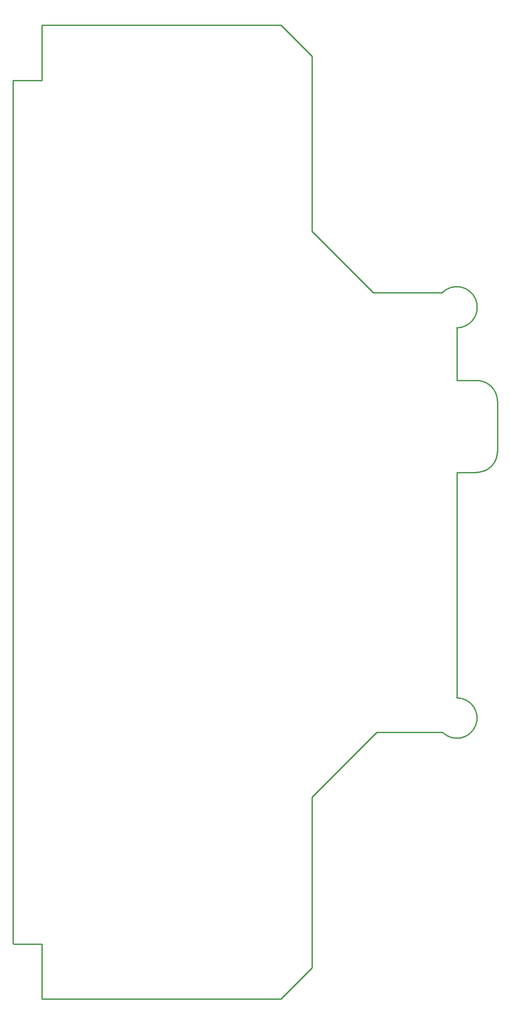
<source format=gko>
G04*
G04 #@! TF.GenerationSoftware,Altium Limited,Altium Designer,18.1.9 (240)*
G04*
G04 Layer_Color=16711935*
%FSLAX25Y25*%
%MOIN*%
G70*
G01*
G75*
%ADD10C,0.01000*%
D10*
X403862Y551918D02*
G03*
X392619Y579061I0J15900D01*
G01*
X419362Y440517D02*
G03*
X435275Y456206I1J15913D01*
G01*
Y495406D02*
G03*
X419362Y511318I-15912J0D01*
G01*
X392931Y239987D02*
G03*
X403862Y266618I11031J11031D01*
G01*
X341987Y239987D02*
X392931D01*
X292000Y626500D02*
X339439Y579061D01*
X392619D01*
X403962Y266718D02*
Y440518D01*
X435275Y456206D02*
Y495406D01*
X403862Y511318D02*
Y551918D01*
X60900Y77300D02*
X61300Y76900D01*
X60900Y77300D02*
Y742700D01*
X61300Y76900D02*
X83400D01*
X403962Y440518D02*
X419362D01*
X403862Y511318D02*
X419362D01*
X83300Y785500D02*
X267900D01*
X292000Y761400D01*
X83500Y34400D02*
Y76800D01*
X83400Y76900D02*
X83500Y76800D01*
X60900Y742700D02*
X83300D01*
Y785500D01*
X292000Y761400D02*
X292000Y626500D01*
X292100Y190100D02*
X341987Y239987D01*
X292100Y58500D02*
Y190100D01*
X268000Y34400D02*
X292100Y58500D01*
X83500Y34400D02*
X268000D01*
M02*

</source>
